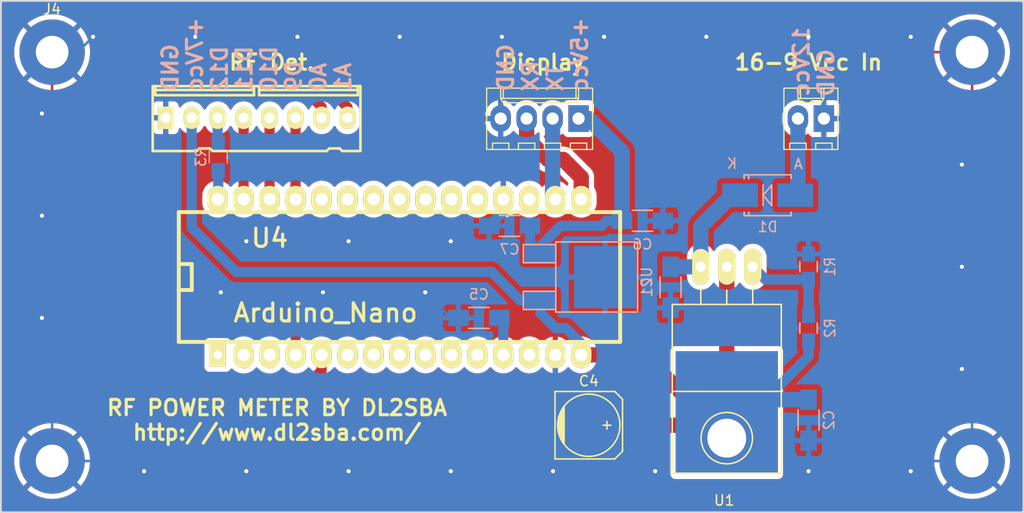
<source format=kicad_pcb>
(kicad_pcb (version 20221018) (generator pcbnew)
  (layers (0 "F.Cu" signal) (31 "B.Cu" signal) (34 "B.Paste" user) (35 "F.Paste" user) (36 "B.SilkS" user "B.Silkscreen") (37 "F.SilkS" user "F.Silkscreen") (38 "B.Mask" user) (39 "F.Mask" user) (44 "Edge.Cuts" user))
  (net 0 "")
  (net 1 "Net-(C1-Pad1)")
  (net 2 "GND")
  (net 3 "Net-(C5-Pad1)")
  (net 4 "Net-(R1-Pad1)")
  (net 5 "+8V")
  (net 6 "+5C")
  (net 7 "+12V")
  (net 8 "Net-(P5-Pad2)")
  (net 9 "Net-(P5-Pad3)")
  (net 10 "Net-(J5-Pad7)")
  (net 11 "Net-(J5-Pad5)")
  (net 12 "Net-(J5-Pad4)")
  (net 13 "Net-(J5-Pad3)")
  (net 14 "Net-(J5-Pad8)")
  (net 15 "Net-(J5-Pad6)")
  (net 16 "Net-(R3-Pad2)")
  (footprint "arduino:arduino_nano" (layer "F.Cu") (at 131.25 96)
    (fp_text reference "U4" (at -13.97 -3.81) (layer "F.SilkS") (effects (font (size 1.778 1.778) (thickness 0.3048))))
    (fp_text value "Arduino_Nano" (at -8.5 3.5) (layer "F.SilkS") (effects (font (size 1.778 1.778) (thickness 0.3048))))
    (fp_line (start -22.86 -6.35) (end 20.32 -6.35) (stroke (width 0.381)) (layer "F.SilkS"))
    (fp_line (start -22.86 1.27) (end -21.59 1.27) (stroke (width 0.381)) (layer "F.SilkS"))
    (fp_line (start -22.86 6.35) (end -22.86 -6.35) (stroke (width 0.381)) (layer "F.SilkS"))
    (fp_line (start -21.59 -1.27) (end -22.86 -1.27) (stroke (width 0.381)) (layer "F.SilkS"))
    (fp_line (start -21.59 1.27) (end -21.59 -1.27) (stroke (width 0.381)) (layer "F.SilkS"))
    (fp_line (start 20.32 -6.35) (end 20.32 6.35) (stroke (width 0.381)) (layer "F.SilkS"))
    (fp_line (start 20.32 6.35) (end -22.86 6.35) (stroke (width 0.381)) (layer "F.SilkS"))
    (pad "1" thru_hole rect (at -19.05 7.62) (size 1.5748 2.286) (drill 0.8128) (layers "*.Cu" "*.Mask" "F.SilkS"))
    (pad "2" thru_hole oval (at -16.51 7.62) (size 2 2.6) (drill 1.2) (layers "*.Cu" "*.Mask" "F.SilkS"))
    (pad "3" thru_hole oval (at -13.97 7.62) (size 2 2.6) (drill 1.2) (layers "*.Cu" "*.Mask" "F.SilkS"))
    (pad "4" thru_hole oval (at -11.43 7.62) (size 2 2.6) (drill 1.2) (layers "*.Cu" "*.Mask" "F.SilkS") (net 10 "Net-(J5-Pad7)"))
    (pad "5" thru_hole oval (at -8.89 7.62) (size 2 2.6) (drill 1.2) (layers "*.Cu" "*.Mask" "F.SilkS") (net 14 "Net-(J5-Pad8)"))
    (pad "6" thru_hole oval (at -6.35 7.62) (size 2 2.6) (drill 1.2) (layers "*.Cu" "*.Mask" "F.SilkS"))
    (pad "7" thru_hole oval (at -3.81 7.62) (size 2 2.6) (drill 1.2) (layers "*.Cu" "*.Mask" "F.SilkS"))
    (pad "8" thru_hole oval (at -1.27 7.62) (size 2 2.6) (drill 1.2) (layers "*.Cu" "*.Mask" "F.SilkS"))
    (pad "9" thru_hole oval (at 1.27 7.62) (size 2 2.6) (drill 1.2) (layers "*.Cu" "*.Mask" "F.SilkS"))
    (pad "10" thru_hole oval (at 3.81 7.62) (size 2 2.6) (drill 1.2) (layers "*.Cu" "*.Mask" "F.SilkS"))
    (pad "11" thru_hole oval (at 6.35 7.62) (size 2 2.6) (drill 1.2) (layers "*.Cu" "*.Mask" "F.SilkS"))
    (pad "12" thru_hole oval (at 8.89 7.62) (size 2 2.6) (drill 1.2) (layers "*.Cu" "*.Mask" "F.SilkS") (net 3 "Net-(C5-Pad1)"))
    (pad "13" thru_hole oval (at 11.43 7.62) (size 2 2.6) (drill 1.2) (layers "*.Cu" "*.Mask" "F.SilkS"))
    (pad "14" thru_hole oval (at 13.97 7.62) (size 2 2.6) (drill 1.2) (layers "*.Cu" "*.Mask" "F.SilkS") (net 2 "GND"))
    (pad "15" thru_hole oval (at 16.51 7.62) (size 2 2.6) (drill 1.2) (layers "*.Cu" "*.Mask" "F.SilkS") (net 5 "+8V"))
    (pad "16" thru_hole oval (at 16.51 -7.62) (size 2 2.6) (drill 1.2) (layers "*.Cu" "*.Mask" "F.SilkS") (net 9 "Net-(P5-Pad3)"))
    (pad "17" thru_hole oval (at 13.97 -7.62) (size 2 2.6) (drill 1.2) (layers "*.Cu" "*.Mask" "F.SilkS") (net 8 "Net-(P5-Pad2)"))
    (pad "18" thru_hole oval (at 11.43 -7.62) (size 2 2.6) (drill 1.2) (layers "*.Cu" "*.Mask" "F.SilkS"))
    (pad "19" thru_hole oval (at 8.89 -7.62) (size 2 2.6) (drill 1.2) (layers "*.Cu" "*.Mask" "F.SilkS") (net 2 "GND"))
    (pad "20" thru_hole oval (at 6.35 -7.62) (size 2 2.6) (drill 1.2) (layers "*.Cu" "*.Mask" "F.SilkS"))
    (pad "21" thru_hole oval (at 3.81 -7.62) (size 2 2.6) (drill 1.2) (layers "*.Cu" "*.Mask" "F.SilkS"))
    (pad "22" thru_hole oval (at 1.27 -7.62) (size 2 2.6) (drill 1.2) (layers "*.Cu" "*.Mask" "F.SilkS"))
    (pad "23" thru_hole oval (at -1.27 -7.62) (size 2 2.6) (drill 1.2) (layers "*.Cu" "*.Mask" "F.SilkS"))
    (pad "24" thru_hole oval (at -3.81 -7.62) (size 2 2.6) (drill 1.2) (layers "*.Cu" "*.Mask" "F.SilkS"))
    (pad "25" thru_hole oval (at -6.35 -7.62) (size 2 2.6) (drill 1.2) (layers "*.Cu" "*.Mask" "F.SilkS"))
    (pad "26" thru_hole oval (at -8.89 -7.62) (size 2 2.6) (drill 1.2) (layers "*.Cu" "*.Mask" "F.SilkS"))
    (pad "27" thru_hole oval (at -11.43 -7.62) (size 2 2.6) (drill 1.2) (layers "*.Cu" "*.Mask" "F.SilkS") (net 15 "Net-(J5-Pad6)"))
    (pad "28" thru_hole oval (at -13.97 -7.62) (size 2 2.6) (drill 1.2) (layers "*.Cu" "*.Mask" "F.SilkS") (net 11 "Net-(J5-Pad5)"))
    (pad "29" thru_hole oval (at -16.51 -7.62) (size 2 2.6) (drill 1.2) (layers "*.Cu" "*.Mask" "F.SilkS") (net 12 "Net-(J5-Pad4)"))
    (pad "30" thru_hole oval (at -19.05 -7.62) (size 2 2.6) (drill 1.2) (layers "*.Cu" "*.Mask" "F.SilkS") (net 16 "Net-(R3-Pad2)"))
  )
  (footprint "TO_SOT_Packages_THT:TO-220_Neutral123_Horizontal_LargePads" (layer "F.Cu") (at 162 95 180)
    (fp_text reference "U1" (at 0.24892 -22.84984 180) (layer "F.SilkS"))
    (fp_text value "LM317T")
    (fp_line (start -5.334 -20.193) (end -5.334 -12.192) (stroke (width 0.15)) (layer "F.SilkS"))
    (fp_line (start -5.334 -12.192) (end -5.334 -3.683) (stroke (width 0.15)) (layer "F.SilkS"))
    (fp_line (start -2.54 -3.683) (end -2.54 -2.286) (stroke (width 0.15)) (layer "F.SilkS"))
    (fp_line (start 0 -3.683) (end -5.334 -3.683) (stroke (width 0.15)) (layer "F.SilkS"))
    (fp_line (start 0 -3.683) (end 0 -2.286) (stroke (width 0.15)) (layer "F.SilkS"))
    (fp_line (start 0 -3.683) (end 5.334 -3.683) (stroke (width 0.15)) (layer "F.SilkS"))
    (fp_line (start 2.54 -3.683) (end 2.54 -2.286) (stroke (width 0.15)) (layer "F.SilkS"))
    (fp_line (start 5.334 -20.193) (end -5.334 -20.193) (stroke (width 0.15)) (layer "F.SilkS"))
    (fp_line (start 5.334 -12.192) (end -5.334 -12.192) (stroke (width 0.15)) (layer "F.SilkS"))
    (fp_line (start 5.334 -12.192) (end 5.334 -20.193) (stroke (width 0.15)) (layer "F.SilkS"))
    (fp_line (start 5.334 -3.683) (end 5.334 -12.192) (stroke (width 0.15)) (layer "F.SilkS"))
    (fp_circle (center 0 -16.764) (end 1.778 -14.986) (stroke (width 0.15)) (fill none) (layer "F.SilkS"))
    (pad "1" thru_hole oval (at -2.54 0 270) (size 3.50012 1.69926) (drill 1.00076) (layers "*.Cu" "*.Mask" "F.SilkS") (net 4 "Net-(R1-Pad1)"))
    (pad "2" thru_hole rect (at 0 -16.764 270) (size 12 10) (drill 3.79984 (offset -2.5 0)) (layers "*.Cu" "*.Paste" "*.Mask") (net 5 "+8V"))
    (pad "2" thru_hole oval (at 0 0 270) (size 3.50012 1.69926) (drill 1.00076) (layers "*.Cu" "*.Mask" "F.SilkS") (net 5 "+8V"))
    (pad "3" thru_hole oval (at 2.54 0 270) (size 3.50012 1.69926) (drill 1.00076) (layers "*.Cu" "*.Mask" "F.SilkS") (net 1 "Net-(C1-Pad1)"))
  )
  (footprint "Capacitors_SMD:c_elec_6.3x7.7" (layer "F.Cu") (at 148.5 110.5)
    (fp_text reference "C4" (at 0 -4.318) (layer "F.SilkS"))
    (fp_text value "1500uF")
    (fp_line (start -3.302 -3.302) (end -3.302 3.302) (stroke (width 0.15)) (layer "F.SilkS"))
    (fp_line (start -3.302 3.302) (end 2.54 3.302) (stroke (width 0.15)) (layer "F.SilkS"))
    (fp_line (start -2.921 -0.762) (end -2.921 0.762) (stroke (width 0.15)) (layer "F.SilkS"))
    (fp_line (start -2.794 1.143) (end -2.794 -1.143) (stroke (width 0.15)) (layer "F.SilkS"))
    (fp_line (start -2.667 -1.397) (end -2.667 1.397) (stroke (width 0.15)) (layer "F.SilkS"))
    (fp_line (start -2.54 1.651) (end -2.54 -1.651) (stroke (width 0.15)) (layer "F.SilkS"))
    (fp_line (start -2.413 -1.778) (end -2.413 1.778) (stroke (width 0.15)) (layer "F.SilkS"))
    (fp_line (start 1.778 -0.381) (end 1.778 0.381) (stroke (width 0.15)) (layer "F.SilkS"))
    (fp_line (start 2.159 0) (end 1.397 0) (stroke (width 0.15)) (layer "F.SilkS"))
    (fp_line (start 2.54 -3.302) (end -3.302 -3.302) (stroke (width 0.15)) (layer "F.SilkS"))
    (fp_line (start 2.54 3.302) (end 3.302 2.54) (stroke (width 0.15)) (layer "F.SilkS"))
    (fp_line (start 3.302 -2.54) (end 2.54 -3.302) (stroke (width 0.15)) (layer "F.SilkS"))
    (fp_line (start 3.302 2.54) (end 3.302 -2.54) (stroke (width 0.15)) (layer "F.SilkS"))
    (fp_circle (center 0 0) (end -3.048 0) (stroke (width 0.15)) (fill none) (layer "F.SilkS"))
    (pad "1" smd rect (at 3 0) (size 5 2.5) (layers "F.Cu" "F.Paste" "F.Mask") (net 5 "+8V"))
    (pad "2" smd rect (at -3.5 0) (size 5 2.5) (layers "F.Cu" "F.Paste" "F.Mask") (net 2 "GND"))
  )
  (footprint "Connectors_Molex:Molex_KK-6410-02_02x2.54mm_Straight" (layer "F.Cu") (at 171.5 80.5 180)
    (fp_text reference "P1" hide)
    (fp_text value "16/9V  in" hide)
    (fp_line (start -1.37 -3.02) (end -1.37 2.98) (stroke (width 0.12)) (layer "F.SilkS"))
    (fp_line (start -1.37 2.98) (end 3.91 2.98) (stroke (width 0.12)) (layer "F.SilkS"))
    (fp_line (start -0.8 -3.02) (end -0.8 -2.4) (stroke (width 0.12)) (layer "F.SilkS"))
    (fp_line (start -0.8 -2.4) (end 0.8 -2.4) (stroke (width 0.12)) (layer "F.SilkS"))
    (fp_line (start 0 1.98) (end 0.25 1.55) (stroke (width 0.12)) (layer "F.SilkS"))
    (fp_line (start 0 1.98) (end 2.54 1.98) (stroke (width 0.12)) (layer "F.SilkS"))
    (fp_line (start 0 2.98) (end 0 1.98) (stroke (width 0.12)) (layer "F.SilkS"))
    (fp_line (start 0.25 1.55) (end 2.29 1.55) (stroke (width 0.12)) (layer "F.SilkS"))
    (fp_line (start 0.25 2.98) (end 0.25 1.98) (stroke (width 0.12)) (layer "F.SilkS"))
    (fp_line (start 0.8 -2.4) (end 0.8 -3.02) (stroke (width 0.12)) (layer "F.SilkS"))
    (fp_line (start 1.74 -3.02) (end 1.74 -2.4) (stroke (width 0.12)) (layer "F.SilkS"))
    (fp_line (start 1.74 -2.4) (end 3.34 -2.4) (stroke (width 0.12)) (layer "F.SilkS"))
    (fp_line (start 2.29 1.55) (end 2.54 1.98) (stroke (width 0.12)) (layer "F.SilkS"))
    (fp_line (start 2.29 2.98) (end 2.29 1.98) (stroke (width 0.12)) (layer "F.SilkS"))
    (fp_line (start 2.54 1.98) (end 2.54 2.98) (stroke (width 0.12)) (layer "F.SilkS"))
    (fp_line (start 3.34 -2.4) (end 3.34 -3.02) (stroke (width 0.12)) (layer "F.SilkS"))
    (fp_line (start 3.91 -3.02) (end -1.37 -3.02) (stroke (width 0.12)) (layer "F.SilkS"))
    (fp_line (start 3.91 2.98) (end 3.91 -3.02) (stroke (width 0.12)) (layer "F.SilkS"))
    (pad "1" thru_hole rect (at 0 0 180) (size 2 2.6) (drill 1.2) (layers "*.Cu" "*.Mask") (net 2 "GND"))
    (pad "2" thru_hole oval (at 2.54 0 180) (size 2 2.6) (drill 1.2) (layers "*.Cu" "*.Mask") (net 7 "+12V"))
  )
  (footprint "Connectors_Molex:Molex_KK-6410-04_04x2.54mm_Straight" (layer "F.Cu") (at 147.5 80.5 180)
    (fp_text reference "P5" hide)
    (fp_text value "Display")
    (fp_line (start -1.37 -3.02) (end -1.37 2.98) (stroke (width 0.12)) (layer "F.SilkS"))
    (fp_line (start -1.37 2.98) (end 8.99 2.98) (stroke (width 0.12)) (layer "F.SilkS"))
    (fp_line (start -0.8 -3.02) (end -0.8 -2.4) (stroke (width 0.12)) (layer "F.SilkS"))
    (fp_line (start -0.8 -2.4) (end 0.8 -2.4) (stroke (width 0.12)) (layer "F.SilkS"))
    (fp_line (start 0 1.98) (end 0.25 1.55) (stroke (width 0.12)) (layer "F.SilkS"))
    (fp_line (start 0 1.98) (end 7.62 1.98) (stroke (width 0.12)) (layer "F.SilkS"))
    (fp_line (start 0 2.98) (end 0 1.98) (stroke (width 0.12)) (layer "F.SilkS"))
    (fp_line (start 0.25 1.55) (end 7.37 1.55) (stroke (width 0.12)) (layer "F.SilkS"))
    (fp_line (start 0.25 2.98) (end 0.25 1.98) (stroke (width 0.12)) (layer "F.SilkS"))
    (fp_line (start 0.8 -2.4) (end 0.8 -3.02) (stroke (width 0.12)) (layer "F.SilkS"))
    (fp_line (start 1.74 -3.02) (end 1.74 -2.4) (stroke (width 0.12)) (layer "F.SilkS"))
    (fp_line (start 1.74 -2.4) (end 3.34 -2.4) (stroke (width 0.12)) (layer "F.SilkS"))
    (fp_line (start 3.34 -2.4) (end 3.34 -3.02) (stroke (width 0.12)) (layer "F.SilkS"))
    (fp_line (start 4.28 -3.02) (end 4.28 -2.4) (stroke (width 0.12)) (layer "F.SilkS"))
    (fp_line (start 4.28 -2.4) (end 5.88 -2.4) (stroke (width 0.12)) (layer "F.SilkS"))
    (fp_line (start 5.88 -2.4) (end 5.88 -3.02) (stroke (width 0.12)) (layer "F.SilkS"))
    (fp_line (start 6.82 -3.02) (end 6.82 -2.4) (stroke (width 0.12)) (layer "F.SilkS"))
    (fp_line (start 6.82 -2.4) (end 8.42 -2.4) (stroke (width 0.12)) (layer "F.SilkS"))
    (fp_line (start 7.37 1.55) (end 7.62 1.98) (stroke (width 0.12)) (layer "F.SilkS"))
    (fp_line (start 7.37 2.98) (end 7.37 1.98) (stroke (width 0.12)) (layer "F.SilkS"))
    (fp_line (start 7.62 1.98) (end 7.62 2.98) (stroke (width 0.12)) (layer "F.SilkS"))
    (fp_line (start 8.42 -2.4) (end 8.42 -3.02) (stroke (width 0.12)) (layer "F.SilkS"))
    (fp_line (start 8.99 -3.02) (end -1.37 -3.02) (stroke (width 0.12)) (layer "F.SilkS"))
    (fp_line (start 8.99 2.98) (end 8.99 -3.02) (stroke (width 0.12)) (layer "F.SilkS"))
    (pad "1" thru_hole rect (at 0 0 180) (size 2 2.6) (drill 1.2) (layers "*.Cu" "*.Mask") (net 6 "+5C"))
    (pad "2" thru_hole oval (at 2.54 0 180) (size 2 2.6) (drill 1.2) (layers "*.Cu" "*.Mask") (net 8 "Net-(P5-Pad2)"))
    (pad "3" thru_hole oval (at 5.08 0 180) (size 2 2.6) (drill 1.2) (layers "*.Cu" "*.Mask") (net 9 "Net-(P5-Pad3)"))
    (pad "4" thru_hole oval (at 7.62 0 180) (size 2 2.6) (drill 1.2) (layers "*.Cu" "*.Mask") (net 2 "GND"))
  )
  (footprint "Mounting_Holes:MountingHole_3.2mm_M3_Pad" (layer "F.Cu") (at 96 114)
    (fp_text reference "J1" hide)
    (fp_text value "TEST_1P" hide)
    (pad "1" thru_hole circle (at 0 0) (size 6.4 6.4) (drill 3.2) (layers "*.Cu" "*.Mask") (net 2 "GND"))
  )
  (footprint "Mounting_Holes:MountingHole_3.2mm_M3_Pad" (layer "F.Cu") (at 186 74)
    (fp_text reference "J2" hide)
    (fp_text value "TEST_1P" hide)
    (pad "1" thru_hole circle (at 0 0) (size 6.4 6.4) (drill 3.2) (layers "*.Cu" "*.Mask") (net 2 "GND"))
  )
  (footprint "Mounting_Holes:MountingHole_3.2mm_M3_Pad" (layer "F.Cu") (at 186 114)
    (fp_text reference "J3" hide)
    (fp_text value "TEST_1P" hide)
    (pad "1" thru_hole circle (at 0 0) (size 6.4 6.4) (drill 3.2) (layers "*.Cu" "*.Mask") (net 2 "GND"))
  )
  (footprint "Mounting_Holes:MountingHole_3.2mm_M3_Pad" (layer "F.Cu") (at 96 74)
    (fp_text reference "J4" (at 0 -4.2) (layer "F.SilkS"))
    (fp_text value "TEST_1P")
    (pad "1" thru_hole circle (at 0 0) (size 6.4 6.4) (drill 3.2) (layers "*.Cu" "*.Mask") (net 2 "GND"))
  )
  (footprint "conn_kk100:kk100_22-23-2081" (layer "F.Cu") (at 116 80.5)
    (fp_text reference "J5" hide)
    (fp_text value "CONN_01X08" hide)
    (fp_line (start -10.16 3.175) (end -10.16 -3.175) (stroke (width 0.254)) (layer "F.SilkS"))
    (fp_line (start -9.906 -2.286) (end -9.906 -3.175) (stroke (width 0.254)) (layer "F.SilkS"))
    (fp_line (start -5.842 3.175) (end -10.16 3.175) (stroke (width 0.254)) (layer "F.SilkS"))
    (fp_line (start -5.588 2.921) (end -5.842 3.175) (stroke (width 0.254)) (layer "F.SilkS"))
    (fp_line (start -5.588 2.921) (end -4.572 2.921) (stroke (width 0.254)) (layer "F.SilkS"))
    (fp_line (start -4.572 2.921) (end -4.318 3.175) (stroke (width 0.254)) (layer "F.SilkS"))
    (fp_line (start -4.318 3.175) (end 6.858 3.175) (stroke (width 0.254)) (layer "F.SilkS"))
    (fp_line (start -0.254 -2.794) (end -9.906 -2.794) (stroke (width 0.254)) (layer "F.SilkS"))
    (fp_line (start -0.254 -2.286) (end -9.906 -2.286) (stroke (width 0.254)) (layer "F.SilkS"))
    (fp_line (start -0.254 -2.286) (end -0.254 -3.175) (stroke (width 0.254)) (layer "F.SilkS"))
    (fp_line (start 0.254 -2.794) (end 9.906 -2.794) (stroke (width 0.254)) (layer "F.SilkS"))
    (fp_line (start 0.254 -2.286) (end 0.254 -3.175) (stroke (width 0.254)) (layer "F.SilkS"))
    (fp_line (start 0.254 -2.286) (end 9.906 -2.286) (stroke (width 0.254)) (layer "F.SilkS"))
    (fp_line (start 7.112 2.921) (end 6.858 3.175) (stroke (width 0.254)) (layer "F.SilkS"))
    (fp_line (start 7.112 2.921) (end 8.128 2.921) (stroke (width 0.254)) (layer "F.SilkS"))
    (fp_line (start 8.128 2.921) (end 8.382 3.175) (stroke (width 0.254)) (layer "F.SilkS"))
    (fp_line (start 8.382 3.175) (end 10.16 3.175) (stroke (width 0.254)) (layer "F.SilkS"))
    (fp_line (start 9.906 -2.286) (end 9.906 -3.175) (stroke (width 0.254)) (layer "F.SilkS"))
    (fp_line (start 10.16 -3.175) (end -10.16 -3.175) (stroke (width 0.254)) (layer "F.SilkS"))
    (fp_line (start 10.16 -3.175) (end 10.16 3.175) (stroke (width 0.254)) (layer "F.SilkS"))
    (pad "1" thru_hole rect (at -8.89 -0.0762) (size 1.524 2.1971) (drill 1.016) (layers "*.Cu" "*.Mask" "F.SilkS") (net 2 "GND"))
    (pad "2" thru_hole oval (at -6.35 -0.0762) (size 1.524 2.1971) (drill 1.016) (layers "*.Cu" "*.Mask" "F.SilkS") (net 5 "+8V"))
    (pad "3" thru_hole oval (at -3.81 -0.0762) (size 1.524 2.1971) (drill 1.016) (layers "*.Cu" "*.Mask" "F.SilkS") (net 13 "Net-(J5-Pad3)"))
    (pad "4" thru_hole oval (at -1.27 -0.0762) (size 1.524 2.1971) (drill 1.016) (layers "*.Cu" "*.Mask" "F.SilkS") (net 12 "Net-(J5-Pad4)"))
    (pad "5" thru_hole oval (at 1.27 -0.0762) (size 1.524 2.1971) (drill 1.016) (layers "*.Cu" "*.Mask" "F.SilkS") (net 11 "Net-(J5-Pad5)"))
    (pad "6" thru_hole oval (at 3.81 -0.0762) (size 1.524 2.1971) (drill 1.016) (layers "*.Cu" "*.Mask" "F.SilkS") (net 15 "Net-(J5-Pad6)"))
    (pad "7" thru_hole oval (at 6.35 -0.0762) (size 1.524 2.1971) (drill 1.016) (layers "*.Cu" "*.Mask" "F.SilkS") (net 10 "Net-(J5-Pad7)"))
    (pad "8" thru_hole oval (at 8.89 -0.0762) (size 1.524 2.1971) (drill 1.016) (layers "*.Cu" "*.Mask" "F.SilkS") (net 14 "Net-(J5-Pad8)"))
  )
  (footprint "Capacitors_SMD:C_1206_HandSoldering" (layer "B.Cu") (at 156.5 97 -90)
    (fp_text reference "C1" (at 0 2.3 270) (layer "B.SilkS") (effects (justify mirror)))
    (fp_text value "100n")
    (fp_line (start -1 -1.025) (end 1 -1.025) (stroke (width 0.15)) (layer "B.SilkS"))
    (fp_line (start 1 1.025) (end -1 1.025) (stroke (width 0.15)) (layer "B.SilkS"))
    (pad "1" smd rect (at -2 0 270) (size 2 1.6) (layers "B.Cu" "B.Paste" "B.Mask") (net 1 "Net-(C1-Pad1)"))
    (pad "2" smd rect (at 2 0 270) (size 2 1.6) (layers "B.Cu" "B.Paste" "B.Mask") (net 2 "GND"))
  )
  (footprint "Capacitors_SMD:C_1206_HandSoldering" (layer "B.Cu") (at 170 110 -90)
    (fp_text reference "C2" (at 0 -2 270) (layer "B.SilkS") (effects (justify mirror)))
    (fp_text value "100n")
    (fp_line (start -1 -1.025) (end 1 -1.025) (stroke (width 0.15)) (layer "B.SilkS"))
    (fp_line (start 1 1.025) (end -1 1.025) (stroke (width 0.15)) (layer "B.SilkS"))
    (pad "1" smd rect (at -2 0 270) (size 2 1.6) (layers "B.Cu" "B.Paste" "B.Mask") (net 5 "+8V"))
    (pad "2" smd rect (at 2 0 270) (size 2 1.6) (layers "B.Cu" "B.Paste" "B.Mask") (net 2 "GND"))
  )
  (footprint "Capacitors_SMD:C_1206_HandSoldering" (layer "B.Cu") (at 137.75 100 180)
    (fp_text reference "C5" (at 0 2.3 180) (layer "B.SilkS") (effects (justify mirror)))
    (fp_text value "100n")
    (fp_line (start -1 -1.025) (end 1 -1.025) (stroke (width 0.15)) (layer "B.SilkS"))
    (fp_line (start 1 1.025) (end -1 1.025) (stroke (width 0.15)) (layer "B.SilkS"))
    (pad "1" smd rect (at -2 0 180) (size 2 1.6) (layers "B.Cu" "B.Paste" "B.Mask") (net 3 "Net-(C5-Pad1)"))
    (pad "2" smd rect (at 2 0 180) (size 2 1.6) (layers "B.Cu" "B.Paste" "B.Mask") (net 2 "GND"))
  )
  (footprint "Capacitors_SMD:C_1206_HandSoldering" (layer "B.Cu") (at 153.75 90.5)
    (fp_text reference "C6" (at 0 2.3) (layer "B.SilkS") (effects (justify mirror)))
    (fp_text value "100n")
    (fp_line (start -1 -1.025) (end 1 -1.025) (stroke (width 0.15)) (layer "B.SilkS"))
    (fp_line (start 1 1.025) (end -1 1.025) (stroke (width 0.15)) (layer "B.SilkS"))
    (pad "1" smd rect (at -2 0) (size 2 1.6) (layers "B.Cu" "B.Paste" "B.Mask") (net 6 "+5C"))
    (pad "2" smd rect (at 2 0) (size 2 1.6) (layers "B.Cu" "B.Paste" "B.Mask") (net 2 "GND"))
  )
  (footprint "Capacitors_SMD:C_1206_HandSoldering" (layer "B.Cu") (at 140.75 91)
    (fp_text reference "C7" (at 0 2.3) (layer "B.SilkS") (effects (justify mirror)))
    (fp_text value "100n")
    (fp_line (start -1 -1.025) (end 1 -1.025) (stroke (width 0.15)) (layer "B.SilkS"))
    (fp_line (start 1 1.025) (end -1 1.025) (stroke (width 0.15)) (layer "B.SilkS"))
    (pad "1" smd rect (at -2 0) (size 2 1.6) (layers "B.Cu" "B.Paste" "B.Mask") (net 2 "GND"))
    (pad "2" smd rect (at 2 0) (size 2 1.6) (layers "B.Cu" "B.Paste" "B.Mask") (net 6 "+5C"))
  )
  (footprint "Capacitors_SMD:C_0805_HandSoldering" (layer "B.Cu") (at 170 95 90)
    (fp_text reference "R1" (at 0 2.1 90) (layer "B.SilkS") (effects (justify mirror)))
    (fp_text value "110")
    (fp_line (start -0.5 -0.85) (end 0.5 -0.85) (stroke (width 0.15)) (layer "B.SilkS"))
    (fp_line (start 0.5 0.85) (end -0.5 0.85) (stroke (width 0.15)) (layer "B.SilkS"))
    (pad "1" smd rect (at -1.25 0 90) (size 1.5 1.25) (layers "B.Cu" "B.Paste" "B.Mask") (net 4 "Net-(R1-Pad1)"))
    (pad "2" smd rect (at 1.25 0 90) (size 1.5 1.25) (layers "B.Cu" "B.Paste" "B.Mask") (net 2 "GND"))
  )
  (footprint "Capacitors_SMD:C_0805_HandSoldering" (layer "B.Cu") (at 170 101 90)
    (fp_text reference "R2" (at 0 2.1 90) (layer "B.SilkS") (effects (justify mirror)))
    (fp_text value "240")
    (fp_line (start -0.5 -0.85) (end 0.5 -0.85) (stroke (width 0.15)) (layer "B.SilkS"))
    (fp_line (start 0.5 0.85) (end -0.5 0.85) (stroke (width 0.15)) (layer "B.SilkS"))
    (pad "1" smd rect (at -1.25 0 90) (size 1.5 1.25) (layers "B.Cu" "B.Paste" "B.Mask") (net 5 "+8V"))
    (pad "2" smd rect (at 1.25 0 90) (size 1.5 1.25) (layers "B.Cu" "B.Paste" "B.Mask") (net 4 "Net-(R1-Pad1)"))
  )
  (footprint "TO_SOT_Packages_SMD:TO-252-2Lead" (layer "B.Cu") (at 143.75 96 90)
    (fp_text reference "U2" (at 0 10.414 90) (layer "B.SilkS") (effects (justify mirror)))
    (fp_text value "MC78M05CDT")
    (fp_line (start -3.429 1.524) (end -3.429 9.398) (stroke (width 0.15)) (layer "B.SilkS"))
    (fp_line (start -3.429 9.525) (end 3.429 9.525) (stroke (width 0.15)) (layer "B.SilkS"))
    (fp_line (start -3.175 -1.651) (end -1.397 -1.651) (stroke (width 0.15)) (layer "B.SilkS"))
    (fp_line (start -3.175 1.524) (end -3.175 -1.651) (stroke (width 0.15)) (layer "B.SilkS"))
    (fp_line (start -1.397 -1.651) (end -1.397 1.524) (stroke (width 0.15)) (layer "B.SilkS"))
    (fp_line (start 1.397 -1.651) (end 3.175 -1.651) (stroke (width 0.15)) (layer "B.SilkS"))
    (fp_line (start 1.397 1.524) (end 1.397 -1.651) (stroke (width 0.15)) (layer "B.SilkS"))
    (fp_line (start 3.175 -1.651) (end 3.175 1.524) (stroke (width 0.15)) (layer "B.SilkS"))
    (fp_line (start 3.429 1.524) (end -3.429 1.524) (stroke (width 0.15)) (layer "B.SilkS"))
    (fp_line (start 3.429 7.62) (end 3.429 1.524) (stroke (width 0.15)) (layer "B.SilkS"))
    (fp_line (start 3.429 9.398) (end 3.429 7.62) (stroke (width 0.15)) (layer "B.SilkS"))
    (pad "1" smd rect (at -2.286 0 90) (size 1.651 3.048) (layers "B.Cu" "B.Paste" "B.Mask") (net 5 "+8V"))
    (pad "2" smd rect (at 0 6.35 90) (size 6.096 6.096) (layers "B.Cu" "B.Paste" "B.Mask") (net 2 "GND"))
    (pad "3" smd rect (at 2.286 0 90) (size 1.651 3.048) (layers "B.Cu" "B.Paste" "B.Mask") (net 6 "+5C"))
  )
  (footprint "Diodes_SMD:SMB_Handsoldering" (layer "B.Cu") (at 166 88)
    (fp_text reference "D1" (at 0 3.1) (layer "B.SilkS") (effects (justify mirror)))
    (fp_text value "D_Schottky")
    (fp_text user "K" (at -3.5 -3.1) (layer "B.SilkS") (effects (justify mirror)))
    (fp_text user "A" (at 3 -3.05) (layer "B.SilkS") (effects (justify mirror)))
    (fp_line (start -2.30632 -1.99644) (end -2.30632 -1.79832) (stroke (width 0.15)) (layer "B.SilkS"))
    (fp_line (start -2.30632 -1.99644) (end 2.29616 -1.99644) (stroke (width 0.15)) (layer "B.SilkS"))
    (fp_line (start -2.30632 -1.8) (end -2.30632 -1.6002) (stroke (width 0.15)) (layer "B.SilkS"))
    (fp_line (start -2.30124 1.8) (end -2.30124 1.651) (stroke (width 0.15)) (layer "B.SilkS"))
    (fp_line (start -2.30124 1.99898) (end -2.30124 1.80086) (stroke (width 0.15)) (layer "B.SilkS"))
    (fp_line (start -2.30124 1.99898) (end 2.30124 1.99898) (stroke (width 0.15)) (layer "B.SilkS"))
    (fp_line (start -1.84928 -1.94898) (end -1.84928 -1.75086) (stroke (width 0.15)) (layer "B.SilkS"))
    (fp_line (start -1.84928 -1.8) (end -1.84928 -1.601) (stroke (width 0.15)) (layer "B.SilkS"))
    (fp_line (start -1.84928 1.8) (end -1.84928 1.651) (stroke (width 0.15)) (layer "B.SilkS"))
    (fp_line (start -1.84928 1.99898) (end -1.84928 1.80086) (stroke (width 0.15)) (layer "B.SilkS"))
    (fp_line (start -0.44958 0) (end -0.44958 -1.00076) (stroke (width 0.15)) (layer "B.SilkS"))
    (fp_line (start -0.44958 0) (end -0.44958 1.00076) (stroke (width 0.15)) (layer "B.SilkS"))
    (fp_line (start -0.44958 0) (end 0.39878 1.00076) (stroke (width 0.15)) (layer "B.SilkS"))
    (fp_line (start 0.39878 -1.00076) (end -0.44958 0) (stroke (width 0.15)) (layer "B.SilkS"))
    (fp_line (start 0.39878 1.00076) (end 0.39878 -1.00076) (stroke (width 0.15)) (layer "B.SilkS"))
    (fp_line (start 2.29616 -1.99644) (end 2.29616 -1.79832) (stroke (width 0.15)) (layer "B.SilkS"))
    (fp_line (start 2.30124 -1.8) (end 2.30124 -1.651) (stroke (width 0.15)) (layer "B.SilkS"))
    (fp_line (start 2.30124 1.8) (end 2.30124 1.651) (stroke (width 0.15)) (layer "B.SilkS"))
    (fp_line (start 2.30124 1.99898) (end 2.30124 1.80086) (stroke (width 0.15)) (layer "B.SilkS"))
    (pad "1" smd rect (at -2.70002 0) (size 3.50012 2.30124) (layers "B.Cu" "B.Paste" "B.Mask") (net 1 "Net-(C1-Pad1)"))
    (pad "2" smd rect (at 2.70002 0) (size 3.50012 2.30124) (layers "B.Cu" "B.Paste" "B.Mask") (net 7 "+12V"))
  )
  (footprint "Resistors_SMD:R_0805_HandSoldering" (layer "B.Cu") (at 112.25 84.25 -90)
    (fp_text reference "R3" (at 0 1.7 270) (layer "B.SilkS") (effects (justify mirror)))
    (fp_text value "100R")
    (fp_line (start -0.6 0.88) (end 0.6 0.88) (stroke (width 0.12)) (layer "B.SilkS"))
    (fp_line (start 0.6 -0.88) (end -0.6 -0.88) (stroke (width 0.12)) (layer "B.SilkS"))
    (pad "1" smd rect (at -1.35 0 270) (size 1.5 1.3) (layers "B.Cu" "B.Paste" "B.Mask") (net 13 "Net-(J5-Pad3)"))
    (pad "2" smd rect (at 1.35 0 270) (size 1.5 1.3) (layers "B.Cu" "B.Paste" "B.Mask") (net 16 "Net-(R3-Pad2)"))
  )
  (gr_line (start 191 119) (end 91 119) (stroke (width 0.15)) (layer "Edge.Cuts"))
  (gr_line (start 91 69) (end 191 69) (stroke (width 0.15)) (layer "Edge.Cuts"))
  (gr_line (start 191 69) (end 191 119) (stroke (width 0.15)) (layer "Edge.Cuts"))
  (gr_line (start 91 119) (end 91 69) (stroke (width 0.15)) (layer "Edge.Cuts"))
  (gr_text "GND\n+7Vcc\nD12\nD11\nD10\nD9\nA0\nA1\n" (at 116 78 90) (layer "B.SilkS") (effects (font (size 1.5 1.5) (thickness 0.3)) (justify right mirror)))
  (gr_text "GND\nRX\nTX\n+5Vcc\n" (at 144 78 90) (layer "B.SilkS") (effects (font (size 1.5 1.5) (thickness 0.3)) (justify right mirror)))
  (gr_text "12Vcc\nGND" (at 170.5 78.5 90) (layer "B.SilkS") (effects (font (size 1.5 1.5) (thickness 0.3)) (justify right mirror)))
  (gr_text "Display\n" (at 144 75) (layer "F.SilkS") (effects (font (size 1.5 1.5) (thickness 0.3))))
  (gr_text "RF Det." (at 117.5 75) (layer "F.SilkS") (effects (font (size 1.5 1.5) (thickness 0.3))))
  (gr_text "RF POWER METER BY DL2SBA\nhttp://www.dl2sba.com/" (at 118 110) (layer "F.SilkS") (effects (font (size 1.5 1.5) (thickness 0.3))))
  (gr_text "16-9 Vcc In\n" (at 170 75) (layer "F.SilkS") (effects (font (size 1.5 1.5) (thickness 0.3))))
  (segment (start 162.5 88) (end 159.46 91.04) (width 1.5) (layer "B.Cu") (net 1))
  (segment (start 159.46 91.04) (end 159.46 95) (width 1.5) (layer "B.Cu") (net 1))
  (segment (start 156.5 95) (end 159.46 95) (width 1.5) (layer "B.Cu") (net 1))
  (segment (start 163.29998 88) (end 162.5 88) (width 1.5) (layer "B.Cu") (net 1))
  (segment (start 96 79) (end 95 80) (width 0.25) (layer "F.Cu") (net 2))
  (segment (start 95 90) (end 95 100) (width 0.25) (layer "F.Cu") (net 2))
  (segment (start 105 115) (end 115 115) (width 0.25) (layer "F.Cu") (net 2))
  (segment (start 125 115) (end 135 115) (width 0.25) (layer "F.Cu") (net 2))
  (segment (start 145 115) (end 155 115) (width 0.25) (layer "F.Cu") (net 2))
  (segment (start 180 115) (end 170 115) (width 0.25) (layer "F.Cu") (net 2))
  (segment (start 185 105) (end 185 95) (width 0.25) (layer "F.Cu") (net 2))
  (segment (start 185 85) (end 186 84) (width 0.25) (layer "F.Cu") (net 2))
  (segment (start 186 84) (end 186 74) (width 0.25) (layer "F.Cu") (net 2))
  (segment (start 181.5 74) (end 180 72.5) (width 0.25) (layer "F.Cu") (net 2))
  (segment (start 170 72.5) (end 160 72.5) (width 0.25) (layer "F.Cu") (net 2))
  (segment (start 150 72.5) (end 140 72.5) (width 0.25) (layer "F.Cu") (net 2))
  (segment (start 130 72.5) (end 120 72.5) (width 0.25) (layer "F.Cu") (net 2))
  (segment (start 110 72.5) (end 100 72.5) (width 0.25) (layer "F.Cu") (net 2))
  (segment (start 132.5 97.5) (end 122.5 97.5) (width 0.25) (layer "F.Cu") (net 2))
  (segment (start 107.11 92.11) (end 107.5 92.5) (width 0.25) (layer "F.Cu") (net 2))
  (segment (start 107.5 92.5) (end 115 92.5) (width 0.25) (layer "F.Cu") (net 2))
  (segment (start 125 92.5) (end 135 92.5) (width 0.25) (layer "F.Cu") (net 2))
  (segment (start 107.11 80.4238) (end 107.11 92.11) (width 0.25) (layer "F.Cu") (net 2))
  (segment (start 96 74) (end 96 79) (width 0.25) (layer "F.Cu") (net 2))
  (segment (start 186 74) (end 181.5 74) (width 0.25) (layer "F.Cu") (net 2))
  (via (at 150 72.5) (size 0.6) (drill 0.4) (layers "F.Cu" "B.Cu") (net 2))
  (via (at 95 90) (size 0.6) (drill 0.4) (layers "F.Cu" "B.Cu") (net 2))
  (via (at 95 100) (size 0.6) (drill 0.4) (layers "F.Cu" "B.Cu") (net 2))
  (via (at 185 105) (size 0.6) (drill 0.4) (layers "F.Cu" "B.Cu") (net 2))
  (via (at 125 92.5) (size 0.6) (drill 0.4) (layers "F.Cu" "B.Cu") (net 2))
  (via (at 160 72.5) (size 0.6) (drill 0.4) (layers "F.Cu" "B.Cu") (net 2))
  (via (at 140 72.5) (size 0.6) (drill 0.4) (layers "F.Cu" "B.Cu") (net 2))
  (via (at 135 92.5) (size 0.6) (drill 0.4) (layers "F.Cu" "B.Cu") (net 2))
  (via (at 132.5 97.5) (size 0.6) (drill 0.4) (layers "F.Cu" "B.Cu") (net 2))
  (via (at 170 72.5) (size 0.6) (drill 0.4) (layers "F.Cu" "B.Cu") (net 2))
  (via (at 180 72.5) (size 0.6) (drill 0.4) (layers "F.Cu" "B.Cu") (net 2))
  (via (at 122.5 97.5) (size 0.6) (drill 0.4) (layers "F.Cu" "B.Cu") (net 2))
  (via (at 105 115) (size 0.6) (drill 0.4) (layers "F.Cu" "B.Cu") (net 2))
  (via (at 185 85) (size 0.6) (drill 0.4) (layers "F.Cu" "B.Cu") (net 2))
  (via (at 135 115) (size 0.6) (drill 0.4) (layers "F.Cu" "B.Cu") (net 2))
  (via (at 130 72.5) (size 0.6) (drill 0.4) (layers "F.Cu" "B.Cu") (net 2))
  (via (at 145 115) (size 0.6) (drill 0.4) (layers "F.Cu" "B.Cu") (net 2))
  (via (at 115 92.5) (size 0.6) (drill 0.4) (layers "F.Cu" "B.Cu") (net 2))
  (via (at 180 115) (size 0.6) (drill 0.4) (layers "F.Cu" "B.Cu") (net 2))
  (via (at 155 115) (size 0.6) (drill 0.4) (layers "F.Cu" "B.Cu") (net 2))
  (via (at 95 80) (size 0.6) (drill 0.4) (layers "F.Cu" "B.Cu") (net 2))
  (via (at 110 72.5) (size 0.6) (drill 0.4) (layers "F.Cu" "B.Cu") (net 2))
  (via (at 125 115) (size 0.6) (drill 0.4) (layers "F.Cu" "B.Cu") (net 2))
  (via (at 115 115) (size 0.6) (drill 0.4) (layers "F.Cu" "B.Cu") (net 2))
  (via (at 112.5 97.5) (size 0.6) (drill 0.4) (layers "F.Cu" "B.Cu") (net 2))
  (via (at 170 115) (size 0.6) (drill 0.4) (layers "F.Cu" "B.Cu") (net 2))
  (via (at 120 72.5) (size 0.6) (drill 0.4) (layers "F.Cu" "B.Cu") (net 2))
  (via (at 100 72.5) (size 0.6) (drill 0.4) (layers "F.Cu" "B.Cu") (net 2))
  (via (at 185 95) (size 0.6) (drill 0.4) (layers "F.Cu" "B.Cu") (net 2))
  (segment (start 140.14 89.61) (end 138.75 91) (width 1) (layer "B.Cu") (net 2))
  (segment (start 95 80) (end 95 90) (width 0.25) (layer "B.Cu") (net 2))
  (segment (start 95 100) (end 96 101) (width 0.25) (layer "B.Cu") (net 2))
  (segment (start 96 101) (end 96 114) (width 0.25) (layer "B.Cu") (net 2))
  (segment (start 104 114) (end 105 115) (width 0.25) (layer "B.Cu") (net 2))
  (segment (start 115 115) (end 125 115) (width 0.25) (layer "B.Cu") (net 2))
  (segment (start 135 115) (end 145 115) (width 0.25) (layer "B.Cu") (net 2))
  (segment (start 181 114) (end 180 115) (width 0.25) (layer "B.Cu") (net 2))
  (segment (start 186 106) (end 185 105) (width 0.25) (layer "B.Cu") (net 2))
  (segment (start 185 95) (end 185 85) (width 0.25) (layer "B.Cu") (net 2))
  (segment (start 180 72.5) (end 170 72.5) (width 0.25) (layer "B.Cu") (net 2))
  (segment (start 160 72.5) (end 150 72.5) (width 0.25) (layer "B.Cu") (net 2))
  (segment (start 140 72.5) (end 130 72.5) (width 0.25) (layer "B.Cu") (net 2))
  (segment (start 120 72.5) (end 110 72.5) (width 0.25) (layer "B.Cu") (net 2))
  (segment (start 100 72.5) (end 98.5 74) (width 0.25) (layer "B.Cu") (net 2))
  (segment (start 98.5 74) (end 96 74) (width 0.25) (layer "B.Cu") (net 2))
  (segment (start 135 100) (end 132.5 97.5) (width 0.25) (layer "B.Cu") (net 2))
  (segment (start 122.5 97.5) (end 112.5 97.5) (width 0.25) (layer "B.Cu") (net 2))
  (segment (start 115 92.5) (end 125 92.5) (width 0.25) (layer "B.Cu") (net 2))
  (segment (start 135.75 100) (end 135 100) (width 0.25) (layer "B.Cu") (net 2))
  (segment (start 186 114) (end 186 106) (width 0.25) (layer "B.Cu") (net 2))
  (segment (start 140.14 88.38) (end 140.14 89.61) (width 1) (layer "B.Cu") (net 2))
  (segment (start 186 114) (end 181 114) (width 0.25) (layer "B.Cu") (net 2))
  (segment (start 96 114) (end 104 114) (width 0.25) (layer "B.Cu") (net 2))
  (segment (start 140.14 100.39) (end 139.75 100) (width 1) (layer "B.Cu") (net 3))
  (segment (start 140.14 103.62) (end 140.14 100.39) (width 1) (layer "B.Cu") (net 3))
  (segment (start 165.79 96.25) (end 164.54 95) (width 1) (layer "B.Cu") (net 4))
  (segment (start 170 99.75) (end 170 96.25) (width 1) (layer "B.Cu") (net 4))
  (segment (start 170 96.25) (end 165.79 96.25) (width 1) (layer "B.Cu") (net 4))
  (segment (start 153.856 103.62) (end 162 111.764) (width 1.5) (layer "F.Cu") (net 5))
  (segment (start 160.736 110.5) (end 162 111.764) (width 1.5) (layer "F.Cu") (net 5))
  (segment (start 147.76 103.62) (end 153.856 103.62) (width 1.5) (layer "F.Cu") (net 5))
  (segment (start 162 95) (end 162 111.764) (width 1.5) (layer "F.Cu") (net 5))
  (segment (start 151.5 110.5) (end 160.736 110.5) (width 1.5) (layer "F.Cu") (net 5))
  (segment (start 147.76 102.51) (end 146.25 101) (width 1) (layer "B.Cu") (net 5))
  (segment (start 146.25 101) (end 145.25 101) (width 1) (layer "B.Cu") (net 5))
  (segment (start 145.25 101) (end 143.75 99.5) (width 1) (layer "B.Cu") (net 5))
  (segment (start 143.75 99.5) (end 143.75 98.286) (width 1) (layer "B.Cu") (net 5))
  (segment (start 170 103.764) (end 162 111.764) (width 1) (layer "B.Cu") (net 5))
  (segment (start 165.764 108) (end 162 111.764) (width 1.5) (layer "B.Cu") (net 5))
  (segment (start 141.786 98.286) (end 139 95.5) (width 1) (layer "B.Cu") (net 5))
  (segment (start 139 95.5) (end 114 95.5) (width 1) (layer "B.Cu") (net 5))
  (segment (start 114 95.5) (end 109.65 91.15) (width 1) (layer "B.Cu") (net 5))
  (segment (start 109.65 91.15) (end 109.65 80.4238) (width 1) (layer "B.Cu") (net 5))
  (segment (start 170 108) (end 165.764 108) (width 1.5) (layer "B.Cu") (net 5))
  (segment (start 147.76 103.62) (end 147.76 102.51) (width 1) (layer "B.Cu") (net 5))
  (segment (start 170 102.25) (end 170 103.764) (width 1) (layer "B.Cu") (net 5))
  (segment (start 143.75 98.286) (end 141.786 98.286) (width 1) (layer "B.Cu") (net 5))
  (segment (start 143.75 93) (end 145.75 91) (width 1) (layer "B.Cu") (net 6))
  (segment (start 145.75 91) (end 149.75 91) (width 1) (layer "B.Cu") (net 6))
  (segment (start 142.75 92.714) (end 143.75 93.714) (width 1) (layer "B.Cu") (net 6))
  (segment (start 150.25 90.5) (end 149.75 91) (width 1) (layer "B.Cu") (net 6))
  (segment (start 151.75 83.75) (end 148.5 80.5) (width 1.5) (layer "B.Cu") (net 6))
  (segment (start 148.5 80.5) (end 147.5 80.5) (width 1.5) (layer "B.Cu") (net 6))
  (segment (start 151.75 90.5) (end 151.75 83.75) (width 1.5) (layer "B.Cu") (net 6))
  (segment (start 142.75 91) (end 142.75 92.714) (width 1) (layer "B.Cu") (net 6))
  (segment (start 151.75 90.5) (end 150.25 90.5) (width 1) (layer "B.Cu") (net 6))
  (segment (start 143.75 93.714) (end 143.75 93) (width 1) (layer "B.Cu") (net 6))
  (segment (start 168.96 87.74002) (end 168.70002 88) (width 1.5) (layer "B.Cu") (net 7))
  (segment (start 168.96 80.5) (end 168.96 87.74002) (width 1.5) (layer "B.Cu") (net 7))
  (segment (start 144.96 88.12) (end 145.22 88.38) (width 1.5) (layer "B.Cu") (net 8))
  (segment (start 144.96 80.5) (end 144.96 88.12) (width 1.5) (layer "B.Cu") (net 8))
  (segment (start 142.42 82.42) (end 144.5 84.5) (width 1.5) (layer "F.Cu") (net 9))
  (segment (start 144.5 84.5) (end 146 84.5) (width 1.5) (layer "F.Cu") (net 9))
  (segment (start 146 84.5) (end 147.76 86.26) (width 1.5) (layer "F.Cu") (net 9))
  (segment (start 147.76 86.26) (end 147.76 88.38) (width 1.5) (layer "F.Cu") (net 9))
  (segment (start 142.42 80.5) (end 142.42 82.42) (width 1.5) (layer "F.Cu") (net 9))
  (segment (start 122.35 79.35) (end 120.5 77.5) (width 1) (layer "F.Cu") (net 10))
  (segment (start 120.5 77.5) (end 106 77.5) (width 1) (layer "F.Cu") (net 10))
  (segment (start 106 77.5) (end 101.5 82) (width 1) (layer "F.Cu") (net 10))
  (segment (start 101.5 82) (end 101.5 95) (width 1) (layer "F.Cu") (net 10))
  (segment (start 101.5 95) (end 106.5 100) (width 1) (layer "F.Cu") (net 10))
  (segment (start 106.5 100) (end 118.5 100) (width 1) (layer "F.Cu") (net 10))
  (segment (start 118.5 100) (end 119.82 101.32) (width 1) (layer "F.Cu") (net 10))
  (segment (start 119.82 101.32) (end 119.82 103.62) (width 1) (layer "F.Cu") (net 10))
  (segment (start 122.35 80.4238) (end 122.35 79.35) (width 1) (layer "F.Cu") (net 10))
  (segment (start 117.27 88.37) (end 117.28 88.38) (width 0.5) (layer "F.Cu") (net 11))
  (segment (start 117.27 80.4238) (end 117.27 88.37) (width 1) (layer "F.Cu") (net 11))
  (segment (start 114.73 88.37) (end 114.74 88.38) (width 1) (layer "F.Cu") (net 12))
  (segment (start 114.73 80.4238) (end 114.73 88.37) (width 1) (layer "F.Cu") (net 12))
  (segment (start 112.19 82.84) (end 112.25 82.9) (width 1) (layer "B.Cu") (net 13))
  (segment (start 112.19 80.4238) (end 112.19 82.84) (width 1) (layer "B.Cu") (net 13))
  (segment (start 122.36 105.14) (end 120.5 107) (width 1) (layer "F.Cu") (net 14))
  (segment (start 120.5 107) (end 107 107) (width 1) (layer "F.Cu") (net 14))
  (segment (start 107 107) (end 99.5 99.5) (width 1) (layer "F.Cu") (net 14))
  (segment (start 99.5 99.5) (end 99.5 81.5) (width 1) (layer "F.Cu") (net 14))
  (segment (start 99.5 81.5) (end 105 76) (width 1) (layer "F.Cu") (net 14))
  (segment (start 105 76) (end 121.5 76) (width 1) (layer "F.Cu") (net 14))
  (segment (start 121.5 76) (end 124.89 79.39) (width 1) (layer "F.Cu") (net 14))
  (segment (start 124.89 79.39) (end 124.89 80.4238) (width 1) (layer "F.Cu") (net 14))
  (segment (start 122.36 103.62) (end 122.36 105.14) (width 1) (layer "F.Cu") (net 14))
  (segment (start 119.81 88.37) (end 119.82 88.38) (width 0.5) (layer "F.Cu") (net 15))
  (segment (start 119.81 80.4238) (end 119.81 88.37) (width 1) (layer "F.Cu") (net 15))
  (segment (start 112.19 88.37) (end 112.2 88.38) (width 0.5) (layer "F.Cu") (net 16))
  (segment (start 112.25 85.6) (end 112.25 88.33) (width 1) (layer "B.Cu") (net 16))
  (zone (net 2) (net_name "GND") (layer "F.Cu") (connect_pads (clearance 0.508)) (min_thickness 0.254) (fill yes (thermal_gap 0.508) (thermal_bridge_width 0.508))
    (polygon (pts (xy 191 119) (xy 91 119) (xy 91 69) (xy 191 69)))
  )
  (zone (net 2) (net_name "GND") (layer "B.Cu") (connect_pads (clearance 0.508)) (min_thickness 0.254) (fill yes (thermal_gap 0.508) (thermal_bridge_width 0.508))
    (polygon (pts (xy 191 119) (xy 91 119) (xy 91 69) (xy 191 69)))
  )
)
</source>
